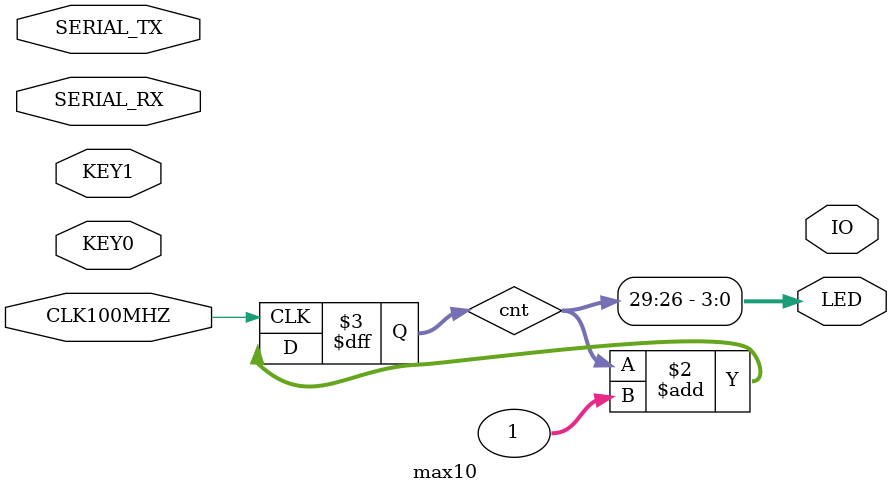
<source format=v>
module max10(

    output wire [13:0]   IO,
    output wire [ 3:0]   LED,
    input  wire          KEY0,
    input  wire          KEY1,
    input  wire          SERIAL_RX,
    input  wire          SERIAL_TX,
    input  wire          CLK100MHZ
);

assign LED = cnt[29:26];

integer cnt;

always @(posedge CLK100MHZ)
    cnt <= cnt + 1;


endmodule

</source>
